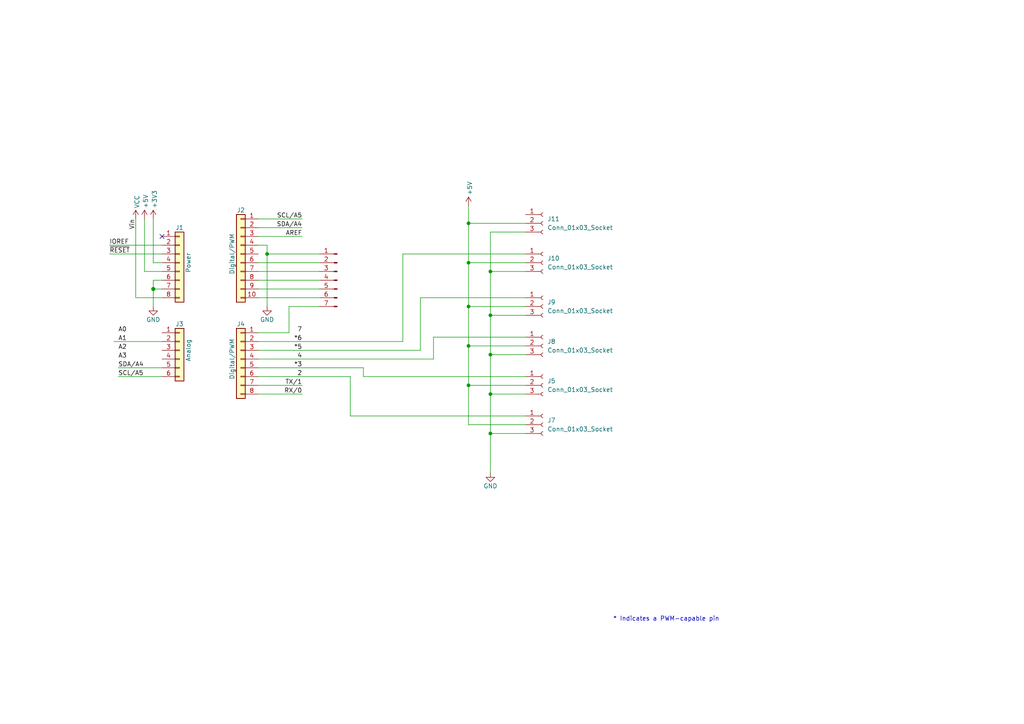
<source format=kicad_sch>
(kicad_sch (version 20231120) (generator "eeschema") (generator_version "8.0")
  (paper "A4")
  (title_block (date "mar. 31 mars 2015"))
  (lib_symbols
    (symbol "Connector:Conn_01x03_Socket" (pin_names (offset 1.016) hide)
      (property "Reference" "J" (at 0 5.08 0))
      (property "Value" "Conn_01x03_Socket" (at 0 -5.08 0))
      (symbol "Conn_01x03_Socket_1_1"
        (arc (start 0 -2.032) (mid -0.5058 -2.54) (end 0 -3.048) (stroke (width 0.1524)))
        (polyline (pts (xy -1.27 -2.54) (xy -0.508 -2.54)) (stroke (width 0.1524)))
        (polyline (pts (xy -1.27 0) (xy -0.508 0)) (stroke (width 0.1524)))
        (polyline (pts (xy -1.27 2.54) (xy -0.508 2.54)) (stroke (width 0.1524)))
        (arc (start 0 0.508) (mid -0.5058 0) (end 0 -0.508) (stroke (width 0.1524)))
        (arc (start 0 3.048) (mid -0.5058 2.54) (end 0 2.032) (stroke (width 0.1524)))
        (pin passive line (at -5.08 2.54 0) (length 3.81) (name "Pin_1") (number "1"))
        (pin passive line (at -5.08 0 0) (length 3.81) (name "Pin_2") (number "2"))
        (pin passive line (at -5.08 -2.54 0) (length 3.81) (name "Pin_3") (number "3"))
      )
    )
    (symbol "Connector:Conn_01x07_Pin" (pin_names (offset 1.016) hide)
      (property "Reference" "J" (at 0 10.16 0))
      (property "Value" "Conn_01x07_Pin" (at 0 -10.16 0))
      (symbol "Conn_01x07_Pin_1_1"
        (polyline (pts (xy 1.27 -7.62) (xy 0.8636 -7.62)) (stroke (width 0.1524)))
        (polyline (pts (xy 1.27 -5.08) (xy 0.8636 -5.08)) (stroke (width 0.1524)))
        (polyline (pts (xy 1.27 -2.54) (xy 0.8636 -2.54)) (stroke (width 0.1524)))
        (polyline (pts (xy 1.27 0) (xy 0.8636 0)) (stroke (width 0.1524)))
        (polyline (pts (xy 1.27 2.54) (xy 0.8636 2.54)) (stroke (width 0.1524)))
        (polyline (pts (xy 1.27 5.08) (xy 0.8636 5.08)) (stroke (width 0.1524)))
        (polyline (pts (xy 1.27 7.62) (xy 0.8636 7.62)) (stroke (width 0.1524)))
        (rectangle (start 0.8636 -7.493) (end 0 -7.747) (stroke (width 0.1524)) (fill (type outline)))
        (rectangle (start 0.8636 -4.953) (end 0 -5.207) (stroke (width 0.1524)) (fill (type outline)))
        (rectangle (start 0.8636 -2.413) (end 0 -2.667) (stroke (width 0.1524)) (fill (type outline)))
        (rectangle (start 0.8636 0.127) (end 0 -0.127) (stroke (width 0.1524)) (fill (type outline)))
        (rectangle (start 0.8636 2.667) (end 0 2.413) (stroke (width 0.1524)) (fill (type outline)))
        (rectangle (start 0.8636 5.207) (end 0 4.953) (stroke (width 0.1524)) (fill (type outline)))
        (rectangle (start 0.8636 7.747) (end 0 7.493) (stroke (width 0.1524)) (fill (type outline)))
        (pin passive line (at 5.08 7.62 180) (length 3.81) (name "Pin_1") (number "1"))
        (pin passive line (at 5.08 5.08 180) (length 3.81) (name "Pin_2") (number "2"))
        (pin passive line (at 5.08 2.54 180) (length 3.81) (name "Pin_3") (number "3"))
        (pin passive line (at 5.08 0 180) (length 3.81) (name "Pin_4") (number "4"))
        (pin passive line (at 5.08 -2.54 180) (length 3.81) (name "Pin_5") (number "5"))
        (pin passive line (at 5.08 -5.08 180) (length 3.81) (name "Pin_6") (number "6"))
        (pin passive line (at 5.08 -7.62 180) (length 3.81) (name "Pin_7") (number "7"))
      )
    )
    (symbol "Connector_Generic:Conn_01x06" (pin_names (offset 1.016) hide)
      (property "Reference" "J" (at 0 7.62 0))
      (property "Value" "Conn_01x06" (at 0 -10.16 0))
      (symbol "Conn_01x06_1_1"
        (rectangle (start -1.27 -7.493) (end 0 -7.747) (stroke (width 0.1524)))
        (rectangle (start -1.27 -4.953) (end 0 -5.207) (stroke (width 0.1524)))
        (rectangle (start -1.27 -2.413) (end 0 -2.667) (stroke (width 0.1524)))
        (rectangle (start -1.27 0.127) (end 0 -0.127) (stroke (width 0.1524)))
        (rectangle (start -1.27 2.667) (end 0 2.413) (stroke (width 0.1524)))
        (rectangle (start -1.27 5.207) (end 0 4.953) (stroke (width 0.1524)))
        (rectangle (start -1.27 6.35) (end 1.27 -8.89) (stroke (width 0.254)) (fill (type background)))
        (pin passive line (at -5.08 5.08 0) (length 3.81) (name "Pin_1") (number "1"))
        (pin passive line (at -5.08 2.54 0) (length 3.81) (name "Pin_2") (number "2"))
        (pin passive line (at -5.08 0 0) (length 3.81) (name "Pin_3") (number "3"))
        (pin passive line (at -5.08 -2.54 0) (length 3.81) (name "Pin_4") (number "4"))
        (pin passive line (at -5.08 -5.08 0) (length 3.81) (name "Pin_5") (number "5"))
        (pin passive line (at -5.08 -7.62 0) (length 3.81) (name "Pin_6") (number "6"))
      )
    )
    (symbol "Connector_Generic:Conn_01x08" (pin_names (offset 1.016) hide)
      (property "Reference" "J" (at 0 10.16 0))
      (property "Value" "Conn_01x08" (at 0 -12.7 0))
      (symbol "Conn_01x08_1_1"
        (rectangle (start -1.27 -10.033) (end 0 -10.287) (stroke (width 0.1524)))
        (rectangle (start -1.27 -7.493) (end 0 -7.747) (stroke (width 0.1524)))
        (rectangle (start -1.27 -4.953) (end 0 -5.207) (stroke (width 0.1524)))
        (rectangle (start -1.27 -2.413) (end 0 -2.667) (stroke (width 0.1524)))
        (rectangle (start -1.27 0.127) (end 0 -0.127) (stroke (width 0.1524)))
        (rectangle (start -1.27 2.667) (end 0 2.413) (stroke (width 0.1524)))
        (rectangle (start -1.27 5.207) (end 0 4.953) (stroke (width 0.1524)))
        (rectangle (start -1.27 7.747) (end 0 7.493) (stroke (width 0.1524)))
        (rectangle (start -1.27 8.89) (end 1.27 -11.43) (stroke (width 0.254)) (fill (type background)))
        (pin passive line (at -5.08 7.62 0) (length 3.81) (name "Pin_1") (number "1"))
        (pin passive line (at -5.08 5.08 0) (length 3.81) (name "Pin_2") (number "2"))
        (pin passive line (at -5.08 2.54 0) (length 3.81) (name "Pin_3") (number "3"))
        (pin passive line (at -5.08 0 0) (length 3.81) (name "Pin_4") (number "4"))
        (pin passive line (at -5.08 -2.54 0) (length 3.81) (name "Pin_5") (number "5"))
        (pin passive line (at -5.08 -5.08 0) (length 3.81) (name "Pin_6") (number "6"))
        (pin passive line (at -5.08 -7.62 0) (length 3.81) (name "Pin_7") (number "7"))
        (pin passive line (at -5.08 -10.16 0) (length 3.81) (name "Pin_8") (number "8"))
      )
    )
    (symbol "Connector_Generic:Conn_01x10" (pin_names (offset 1.016) hide)
      (property "Reference" "J" (at 0 12.7 0))
      (property "Value" "Conn_01x10" (at 0 -15.24 0))
      (symbol "Conn_01x10_1_1"
        (rectangle (start -1.27 -12.573) (end 0 -12.827) (stroke (width 0.1524)))
        (rectangle (start -1.27 -10.033) (end 0 -10.287) (stroke (width 0.1524)))
        (rectangle (start -1.27 -7.493) (end 0 -7.747) (stroke (width 0.1524)))
        (rectangle (start -1.27 -4.953) (end 0 -5.207) (stroke (width 0.1524)))
        (rectangle (start -1.27 -2.413) (end 0 -2.667) (stroke (width 0.1524)))
        (rectangle (start -1.27 0.127) (end 0 -0.127) (stroke (width 0.1524)))
        (rectangle (start -1.27 2.667) (end 0 2.413) (stroke (width 0.1524)))
        (rectangle (start -1.27 5.207) (end 0 4.953) (stroke (width 0.1524)))
        (rectangle (start -1.27 7.747) (end 0 7.493) (stroke (width 0.1524)))
        (rectangle (start -1.27 10.287) (end 0 10.033) (stroke (width 0.1524)))
        (rectangle (start -1.27 11.43) (end 1.27 -13.97) (stroke (width 0.254)) (fill (type background)))
        (pin passive line (at -5.08 10.16 0) (length 3.81) (name "Pin_1") (number "1"))
        (pin passive line (at -5.08 -12.7 0) (length 3.81) (name "Pin_10") (number "10"))
        (pin passive line (at -5.08 7.62 0) (length 3.81) (name "Pin_2") (number "2"))
        (pin passive line (at -5.08 5.08 0) (length 3.81) (name "Pin_3") (number "3"))
        (pin passive line (at -5.08 2.54 0) (length 3.81) (name "Pin_4") (number "4"))
        (pin passive line (at -5.08 0 0) (length 3.81) (name "Pin_5") (number "5"))
        (pin passive line (at -5.08 -2.54 0) (length 3.81) (name "Pin_6") (number "6"))
        (pin passive line (at -5.08 -5.08 0) (length 3.81) (name "Pin_7") (number "7"))
        (pin passive line (at -5.08 -7.62 0) (length 3.81) (name "Pin_8") (number "8"))
        (pin passive line (at -5.08 -10.16 0) (length 3.81) (name "Pin_9") (number "9"))
      )
    )
    (symbol "power:+3V3" (power) (pin_names (offset 0))
      (property "Value" "+3V3" (at 0 3.556 0))
      (symbol "+3V3_0_1"
        (polyline (pts (xy -0.762 1.27) (xy 0 2.54)))
        (polyline (pts (xy 0 0) (xy 0 2.54)))
        (polyline (pts (xy 0 2.54) (xy 0.762 1.27)))
      )
      (symbol "+3V3_1_1"
        (pin power_in line (at 0 0 90) (length 0) hide (name "+3V3") (number "1"))
      )
    )
    (symbol "power:+5V" (power) (pin_names (offset 0))
      (property "Value" "+5V" (at 0 3.556 0))
      (symbol "+5V_0_1"
        (polyline (pts (xy -0.762 1.27) (xy 0 2.54)))
        (polyline (pts (xy 0 0) (xy 0 2.54)))
        (polyline (pts (xy 0 2.54) (xy 0.762 1.27)))
      )
      (symbol "+5V_1_1"
        (pin power_in line (at 0 0 90) (length 0) hide (name "+5V") (number "1"))
      )
    )
    (symbol "power:GND" (power) (pin_names (offset 0))
      (property "Value" "GND" (at 0 -3.81 0))
      (symbol "GND_0_1"
        (polyline (pts (xy 0 0) (xy 0 -1.27) (xy 1.27 -1.27) (xy 0 -2.54) (xy -1.27 -1.27) (xy 0 -1.27)))
      )
      (symbol "GND_1_1"
        (pin power_in line (at 0 0 270) (length 0) hide (name "GND") (number "1"))
      )
    )
    (symbol "power:VCC" (power) (pin_names (offset 0))
      (property "Value" "VCC" (at 0 3.81 0))
      (symbol "VCC_0_1"
        (polyline (pts (xy -0.762 1.27) (xy 0 2.54)))
        (polyline (pts (xy 0 0) (xy 0 2.54)))
        (polyline (pts (xy 0 2.54) (xy 0.762 1.27)))
      )
      (symbol "VCC_1_1"
        (pin power_in line (at 0 0 90) (length 0) hide (name "VCC") (number "1"))
      )
    )
  )
  (junction (at 142.24 102.87))
  (junction (at 44.45 83.82) (diameter 1.016))
  (junction (at 142.24 114.3))
  (junction (at 135.89 111.76))
  (junction (at 135.89 88.9))
  (junction (at 142.24 78.74))
  (junction (at 135.89 64.77))
  (junction (at 135.89 100.33))
  (junction (at 142.24 91.44))
  (junction (at 135.89 76.2))
  (junction (at 142.24 125.73))
  (junction (at 77.47 73.66))
  (no_connect (at 46.99 68.58))
  (wire (pts (xy 74.93 114.3) (xy 87.63 114.3)))
  (wire (pts (xy 152.4 91.44) (xy 142.24 91.44)))
  (wire (pts (xy 142.24 102.87) (xy 142.24 114.3)))
  (wire (pts (xy 74.93 81.28) (xy 92.71 81.28)))
  (wire (pts (xy 152.4 125.73) (xy 142.24 125.73)))
  (wire (pts (xy 74.93 63.5) (xy 87.63 63.5)))
  (wire (pts (xy 125.73 104.14) (xy 74.93 104.14)))
  (wire (pts (xy 152.4 114.3) (xy 142.24 114.3)))
  (wire (pts (xy 74.93 99.06) (xy 116.84 99.06)))
  (wire (pts (xy 44.45 81.28) (xy 44.45 83.82)))
  (wire (pts (xy 152.4 109.22) (xy 105.41 109.22)))
  (wire (pts (xy 142.24 91.44) (xy 142.24 102.87)))
  (wire (pts (xy 44.45 83.82) (xy 44.45 88.9)))
  (wire (pts (xy 152.4 97.79) (xy 125.73 97.79)))
  (wire (pts (xy 77.47 73.66) (xy 92.71 73.66)))
  (wire (pts (xy 44.45 76.2) (xy 46.99 76.2)))
  (wire (pts (xy 152.4 78.74) (xy 142.24 78.74)))
  (wire (pts (xy 41.91 78.74) (xy 46.99 78.74)))
  (wire (pts (xy 152.4 100.33) (xy 135.89 100.33)))
  (wire (pts (xy 41.91 63.5) (xy 41.91 78.74)))
  (wire (pts (xy 33.02 99.06) (xy 46.99 99.06)))
  (wire (pts (xy 44.45 63.5) (xy 44.45 76.2)))
  (wire (pts (xy 101.6 109.22) (xy 101.6 120.65)))
  (wire (pts (xy 142.24 78.74) (xy 142.24 91.44)))
  (wire (pts (xy 121.92 86.36) (xy 121.92 101.6)))
  (wire (pts (xy 101.6 120.65) (xy 152.4 120.65)))
  (wire (pts (xy 135.89 111.76) (xy 135.89 123.19)))
  (wire (pts (xy 152.4 76.2) (xy 135.89 76.2)))
  (wire (pts (xy 34.29 109.22) (xy 46.99 109.22)))
  (wire (pts (xy 31.75 71.12) (xy 46.99 71.12)))
  (wire (pts (xy 83.82 88.9) (xy 83.82 96.52)))
  (wire (pts (xy 152.4 86.36) (xy 121.92 86.36)))
  (wire (pts (xy 34.29 106.68) (xy 46.99 106.68)))
  (wire (pts (xy 152.4 64.77) (xy 135.89 64.77)))
  (wire (pts (xy 83.82 96.52) (xy 74.93 96.52)))
  (wire (pts (xy 135.89 64.77) (xy 135.89 76.2)))
  (wire (pts (xy 142.24 67.31) (xy 142.24 78.74)))
  (wire (pts (xy 142.24 125.73) (xy 142.24 137.16)))
  (wire (pts (xy 77.47 71.12) (xy 77.47 73.66)))
  (wire (pts (xy 74.93 78.74) (xy 92.71 78.74)))
  (wire (pts (xy 31.75 73.66) (xy 46.99 73.66)))
  (wire (pts (xy 46.99 83.82) (xy 44.45 83.82)))
  (wire (pts (xy 77.47 73.66) (xy 77.47 88.9)))
  (wire (pts (xy 135.89 100.33) (xy 135.89 111.76)))
  (wire (pts (xy 46.99 86.36) (xy 39.37 86.36)))
  (wire (pts (xy 74.93 86.36) (xy 92.71 86.36)))
  (wire (pts (xy 74.93 106.68) (xy 105.41 106.68)))
  (wire (pts (xy 135.89 111.76) (xy 152.4 111.76)))
  (wire (pts (xy 135.89 76.2) (xy 135.89 88.9)))
  (wire (pts (xy 152.4 88.9) (xy 135.89 88.9)))
  (wire (pts (xy 74.93 71.12) (xy 77.47 71.12)))
  (wire (pts (xy 142.24 114.3) (xy 142.24 125.73)))
  (wire (pts (xy 135.89 88.9) (xy 135.89 100.33)))
  (wire (pts (xy 46.99 81.28) (xy 44.45 81.28)))
  (wire (pts (xy 74.93 101.6) (xy 121.92 101.6)))
  (wire (pts (xy 74.93 83.82) (xy 92.71 83.82)))
  (wire (pts (xy 152.4 67.31) (xy 142.24 67.31)))
  (wire (pts (xy 116.84 73.66) (xy 116.84 99.06)))
  (wire (pts (xy 135.89 59.69) (xy 135.89 64.77)))
  (wire (pts (xy 152.4 123.19) (xy 135.89 123.19)))
  (wire (pts (xy 74.93 76.2) (xy 92.71 76.2)))
  (wire (pts (xy 74.93 68.58) (xy 87.63 68.58)))
  (wire (pts (xy 152.4 102.87) (xy 142.24 102.87)))
  (wire (pts (xy 74.93 66.04) (xy 87.63 66.04)))
  (wire (pts (xy 74.93 109.22) (xy 101.6 109.22)))
  (wire (pts (xy 83.82 88.9) (xy 92.71 88.9)))
  (wire (pts (xy 152.4 73.66) (xy 116.84 73.66)))
  (wire (pts (xy 74.93 111.76) (xy 87.63 111.76)))
  (wire (pts (xy 39.37 86.36) (xy 39.37 63.5)))
  (wire (pts (xy 105.41 109.22) (xy 105.41 106.68)))
  (wire (pts (xy 125.73 97.79) (xy 125.73 104.14)))
  (text "* Indicates a PWM-capable pin" (at 177.8 180.34 0) (effects (font (size 1.27 1.27)) (justify left bottom)))
  (label "RX{slash}0" (at 87.63 114.3 180))
  (label "A2" (at 34.29 101.6 0))
  (label "4" (at 87.63 104.14 180))
  (label "2" (at 87.63 109.22 180))
  (label "A3" (at 34.29 104.14 0))
  (label "~{RESET}" (at 31.75 73.66 0))
  (label "7" (at 87.63 96.52 180))
  (label "SDA{slash}A4" (at 87.63 66.04 180))
  (label "*3" (at 87.63 106.68 180))
  (label "A1" (at 34.29 99.06 0))
  (label "TX{slash}1" (at 87.63 111.76 180))
  (label "A0" (at 34.29 96.52 0))
  (label "AREF" (at 87.63 68.58 180))
  (label "Vin" (at 39.37 63.5 270))
  (label "*6" (at 87.63 99.06 180))
  (label "SCL{slash}A5" (at 87.63 63.5 180))
  (label "*5" (at 87.63 101.6 180))
  (label "IOREF" (at 31.75 71.12 0))
  (label "SDA{slash}A4" (at 34.29 106.68 0))
  (label "SCL{slash}A5" (at 34.29 109.22 0))
  (symbol (lib_id "Connector_Generic:Conn_01x08") (at 52.07 76.2 0) (unit 1)
    (property "Reference" "J1" (at 52.07 66.04 0))
    (property "Value" "Power" (at 54.61 76.2 90))
    (property "Footprint" "Connector_PinSocket_2.54mm:PinSocket_1x08_P2.54mm_Vertical" (effects (hide yes)))
  )
  (symbol (lib_id "power:+3V3") (at 44.45 63.5 0) (unit 1)
    (property "Reference" "#PWR03" (effects (hide yes)))
    (property "Value" "+3V3" (at 44.831 60.452 90) (effects (justify left)))
  )
  (symbol (lib_id "power:+5V") (at 41.91 63.5 0) (unit 1)
    (property "Reference" "#PWR02" (effects (hide yes)))
    (property "Value" "+5V" (at 42.2656 60.452 90) (effects (justify left)))
  )
  (symbol (lib_id "power:GND") (at 44.45 88.9 0) (unit 1)
    (property "Reference" "#PWR04" (effects (hide yes)))
    (property "Value" "GND" (at 44.45 92.71 0))
  )
  (symbol (lib_id "Connector_Generic:Conn_01x10") (at 69.85 73.66 0) (mirror y) (unit 1)
    (property "Reference" "J2" (at 69.85 60.96 0))
    (property "Value" "Digital/PWM" (at 67.31 73.66 90))
    (property "Footprint" "Connector_PinSocket_2.54mm:PinSocket_1x10_P2.54mm_Vertical" (effects (hide yes)))
  )
  (symbol (lib_id "power:GND") (at 77.47 88.9 0) (unit 1)
    (property "Reference" "#PWR05" (effects (hide yes)))
    (property "Value" "GND" (at 77.47 92.71 0))
  )
  (symbol (lib_id "Connector_Generic:Conn_01x06") (at 52.07 101.6 0) (unit 1)
    (property "Reference" "J3" (at 52.07 93.98 0))
    (property "Value" "Analog" (at 54.61 101.6 90))
    (property "Footprint" "Connector_PinSocket_2.54mm:PinSocket_1x06_P2.54mm_Vertical" (effects (hide yes)))
  )
  (symbol (lib_id "Connector_Generic:Conn_01x08") (at 69.85 104.14 0) (mirror y) (unit 1)
    (property "Reference" "J4" (at 69.85 93.98 0))
    (property "Value" "Digital/PWM" (at 67.31 104.14 90))
    (property "Footprint" "Connector_PinSocket_2.54mm:PinSocket_1x08_P2.54mm_Vertical" (effects (hide yes)))
  )
  (symbol (lib_id "Connector:Conn_01x03_Socket") (at 157.48 76.2 0) (unit 1)
    (property "Reference" "J10" (at 158.75 74.93 0) (effects (justify left)))
    (property "Value" "Conn_01x03_Socket" (at 158.75 77.47 0) (effects (justify left)))
    (property "Footprint" "Connector_PinSocket_2.54mm:PinSocket_1x03_P2.54mm_Vertical" (effects (hide yes)))
  )
  (symbol (lib_id "Connector:Conn_01x03_Socket") (at 157.48 100.33 0) (unit 1)
    (property "Reference" "J8" (at 158.75 99.06 0) (effects (justify left)))
    (property "Value" "Conn_01x03_Socket" (at 158.75 101.6 0) (effects (justify left)))
    (property "Footprint" "Connector_PinSocket_2.54mm:PinSocket_1x03_P2.54mm_Vertical" (effects (hide yes)))
  )
  (symbol (lib_id "Connector:Conn_01x03_Socket") (at 157.48 123.19 0) (unit 1)
    (property "Reference" "J7" (at 158.75 121.92 0) (effects (justify left)))
    (property "Value" "Conn_01x03_Socket" (at 158.75 124.46 0) (effects (justify left)))
    (property "Footprint" "Connector_PinSocket_2.54mm:PinSocket_1x03_P2.54mm_Vertical" (effects (hide yes)))
  )
  (symbol (lib_id "power:VCC") (at 39.37 63.5 0) (unit 1)
    (property "Reference" "#PWR01" (effects (hide yes)))
    (property "Value" "VCC" (at 39.751 60.452 90) (effects (justify left)))
  )
  (symbol (lib_id "Connector:Conn_01x03_Socket") (at 157.48 111.76 0) (unit 1)
    (property "Reference" "J5" (at 158.75 110.49 0) (effects (justify left)))
    (property "Value" "Conn_01x03_Socket" (at 158.75 113.03 0) (effects (justify left)))
    (property "Footprint" "Connector_PinSocket_2.54mm:PinSocket_1x03_P2.54mm_Vertical" (effects (hide yes)))
  )
  (symbol (lib_id "Connector:Conn_01x03_Socket") (at 157.48 88.9 0) (unit 1)
    (property "Reference" "J9" (at 158.75 87.63 0) (effects (justify left)))
    (property "Value" "Conn_01x03_Socket" (at 158.75 90.17 0) (effects (justify left)))
    (property "Footprint" "Connector_PinSocket_2.54mm:PinSocket_1x03_P2.54mm_Vertical" (effects (hide yes)))
  )
  (symbol (lib_id "power:GND") (at 142.24 137.16 0) (unit 1)
    (property "Reference" "#PWR08" (effects (hide yes)))
    (property "Value" "GND" (at 142.24 140.97 0))
  )
  (symbol (lib_id "power:+5V") (at 135.89 59.69 0) (unit 1)
    (property "Reference" "#PWR06" (effects (hide yes)))
    (property "Value" "+5V" (at 136.2456 56.642 90) (effects (justify left)))
  )
  (symbol (lib_id "Connector:Conn_01x03_Socket") (at 157.48 64.77 0) (unit 1)
    (property "Reference" "J11" (at 158.75 63.5 0) (effects (justify left)))
    (property "Value" "Conn_01x03_Socket" (at 158.75 66.04 0) (effects (justify left)))
    (property "Footprint" "Connector_PinSocket_2.54mm:PinSocket_1x03_P2.54mm_Vertical" (effects (hide yes)))
  )
  (symbol (lib_id "Connector:Conn_01x07_Pin") (at 97.79 81.28 0) (mirror y) (unit 1)
    (property "Reference" "J6" (effects (hide yes)))
    (property "Value" "Conn_01x07_Pin" (effects (hide yes)))
    (property "Footprint" "Connector_PinHeader_2.54mm:PinHeader_1x07_P2.54mm_Vertical" (effects (hide yes)))
  )
)
</source>
